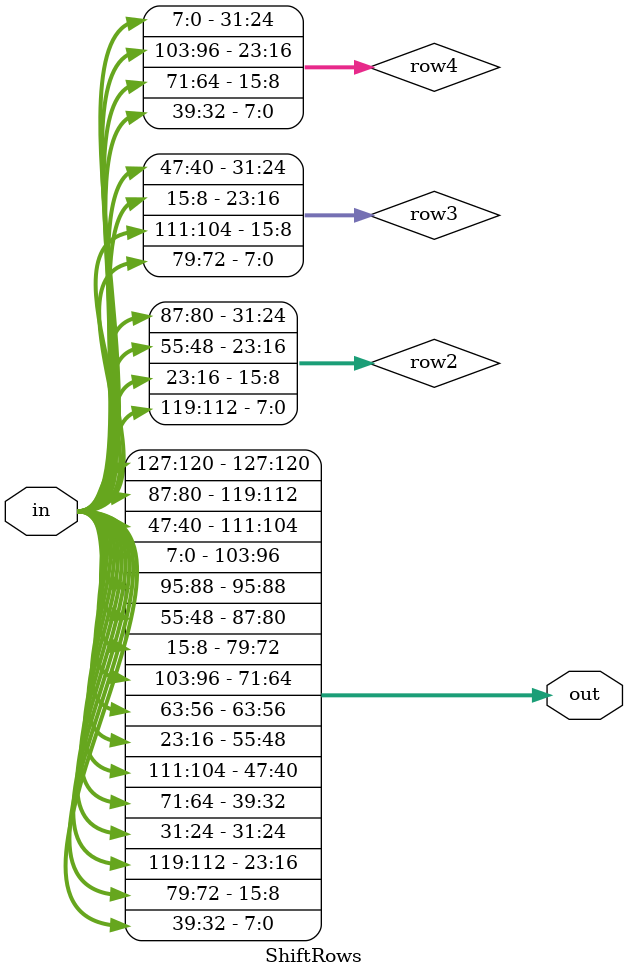
<source format=v>
`timescale 1ns / 1ps
module ShiftRows(in,out);
input [127:0] in;
output [127:0] out;

wire [31:0] row2,row3,row4;

assign row2={in[87:80],in[55:48],in[23:16],in[119:112]};
assign row3={in[47:40],in[15:8],in[111:104],in[79:72]};
assign row4={in[7:0],in[103:96],in[71:64],in[39:32]};

assign out[127:0]={in[127:120],row2[31:24],row3[31:24],row4[31:24],
				   in[95:88],row2[23:16],row3[23:16],row4[23:16],
				   in[63:56],row2[15:8],row3[15:8],row4[15:8],
				   in[31:24],row2[7:0],row3[7:0],row4[7:0]};
endmodule

</source>
